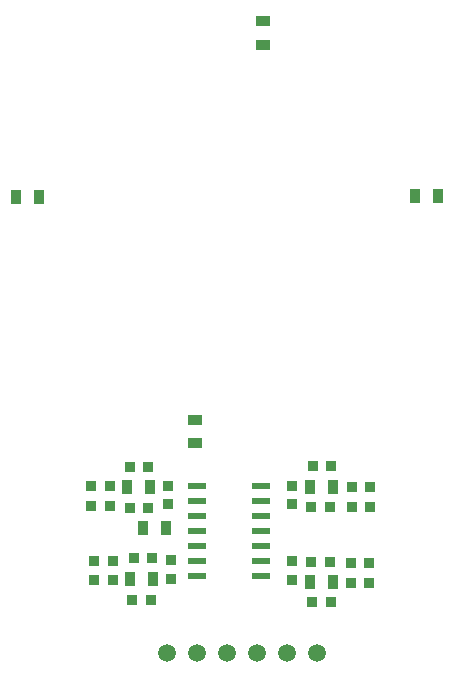
<source format=gbr>
%TF.GenerationSoftware,Altium Limited,Altium Designer,21.6.4 (81)*%
G04 Layer_Color=8388736*
%FSLAX43Y43*%
%MOMM*%
%TF.SameCoordinates,7E1728C7-8053-4159-852C-9F5DCDCDAABE*%
%TF.FilePolarity,Negative*%
%TF.FileFunction,Soldermask,Top*%
%TF.Part,Single*%
G01*
G75*
%TA.AperFunction,ComponentPad*%
%ADD25C,1.520*%
%TA.AperFunction,SMDPad,CuDef*%
%ADD26R,0.870X0.920*%
%ADD27R,0.830X1.280*%
%ADD28R,0.920X0.870*%
%ADD29R,1.520X0.620*%
%ADD30R,1.280X0.830*%
D25*
X-5110Y-35520D02*
D03*
X-2570D02*
D03*
X7540D02*
D03*
X5000D02*
D03*
X2460D02*
D03*
X-80D02*
D03*
D26*
X-6750Y-19780D02*
D03*
X-8300D02*
D03*
X-6535Y-31030D02*
D03*
X-8085D02*
D03*
X7175Y-31230D02*
D03*
X8725D02*
D03*
X7205Y-19730D02*
D03*
X8755D02*
D03*
X-10000Y-21385D02*
D03*
X-11550D02*
D03*
X-6425Y-27445D02*
D03*
X-7975D02*
D03*
X-11285Y-27705D02*
D03*
X-9735D02*
D03*
X-9735Y-29340D02*
D03*
X-11285D02*
D03*
X-11550Y-23110D02*
D03*
X-10000D02*
D03*
X-6710Y-23235D02*
D03*
X-8260D02*
D03*
X11955Y-27930D02*
D03*
X10405D02*
D03*
X10405Y-29585D02*
D03*
X11955D02*
D03*
X7080Y-27795D02*
D03*
X8630D02*
D03*
X12035Y-23145D02*
D03*
X10485D02*
D03*
Y-21510D02*
D03*
X12035D02*
D03*
X7080Y-23200D02*
D03*
X8630D02*
D03*
D27*
X-6560Y-21490D02*
D03*
X-8560D02*
D03*
X-6310Y-29280D02*
D03*
X-8310D02*
D03*
X-5210Y-24980D02*
D03*
X-7210D02*
D03*
X6950Y-29500D02*
D03*
X8950D02*
D03*
X6950Y-21510D02*
D03*
X8950D02*
D03*
X-15950Y3050D02*
D03*
X-17950D02*
D03*
X17840Y3130D02*
D03*
X15840D02*
D03*
D28*
X-5040Y-21360D02*
D03*
Y-22910D02*
D03*
X-4825Y-29245D02*
D03*
Y-27695D02*
D03*
X5430Y-29320D02*
D03*
Y-27770D02*
D03*
Y-21395D02*
D03*
Y-22945D02*
D03*
D29*
X-2570Y-21385D02*
D03*
Y-22655D02*
D03*
Y-23925D02*
D03*
Y-25195D02*
D03*
X2830Y-27735D02*
D03*
X-2570Y-29005D02*
D03*
Y-27735D02*
D03*
Y-26465D02*
D03*
X2830D02*
D03*
Y-25195D02*
D03*
Y-23925D02*
D03*
Y-22655D02*
D03*
Y-21385D02*
D03*
Y-29005D02*
D03*
D30*
X-2798Y-15768D02*
D03*
Y-17768D02*
D03*
X3000Y15970D02*
D03*
Y17970D02*
D03*
%TF.MD5,302e38d2620d4ec07a998aa122769957*%
M02*

</source>
